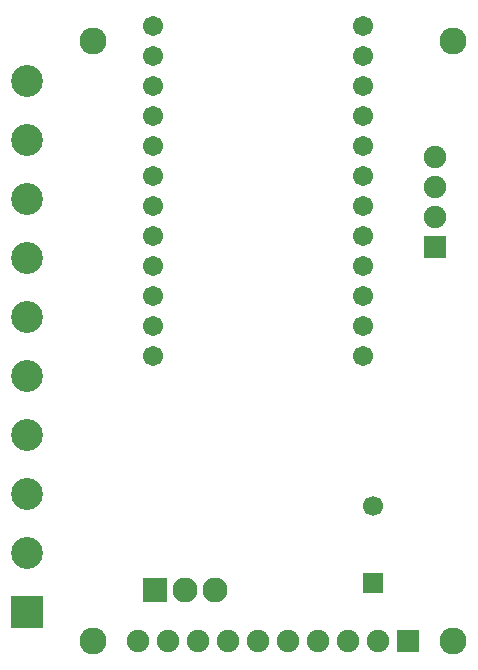
<source format=gbr>
G04 DipTrace 2.4.0.2*
%INToasty_BottomMask.gbr*%
%MOIN*%
%ADD25R,0.0669X0.0669*%
%ADD26C,0.0669*%
%ADD32R,0.0748X0.0748*%
%ADD33C,0.0748*%
%ADD36C,0.09*%
%ADD42C,0.0828*%
%ADD43R,0.0828X0.0828*%
%ADD44C,0.0671*%
%ADD49C,0.1064*%
%ADD51R,0.1064X0.1064*%
%FSLAX44Y44*%
G04*
G70*
G90*
G75*
G01*
%LNBotMask*%
%LPD*%
D51*
X1801Y1949D3*
D49*
Y3917D3*
Y5886D3*
Y7854D3*
Y9823D3*
Y11791D3*
Y13760D3*
Y15728D3*
Y17697D3*
Y19665D3*
D32*
X14500Y1000D3*
D33*
X13500D3*
X12500D3*
X11500D3*
X10500D3*
X9500D3*
X8500D3*
X7500D3*
X6500D3*
X5500D3*
D36*
X16000D3*
X4000D3*
X16000Y21000D3*
X4000D3*
D32*
X15375Y14125D3*
D33*
Y15125D3*
Y16125D3*
Y17125D3*
D25*
X13331Y2919D3*
D26*
Y5478D3*
D44*
X13000Y10500D3*
Y11500D3*
Y12500D3*
Y13500D3*
Y14500D3*
Y15500D3*
Y16500D3*
Y17500D3*
Y18500D3*
Y19500D3*
Y20500D3*
Y21500D3*
X6000D3*
Y20500D3*
Y19500D3*
Y18500D3*
Y17500D3*
Y16500D3*
Y15500D3*
Y14500D3*
Y13500D3*
Y12500D3*
Y11500D3*
Y10500D3*
D43*
X6051Y2699D3*
D42*
X7051D3*
X8051D3*
M02*

</source>
